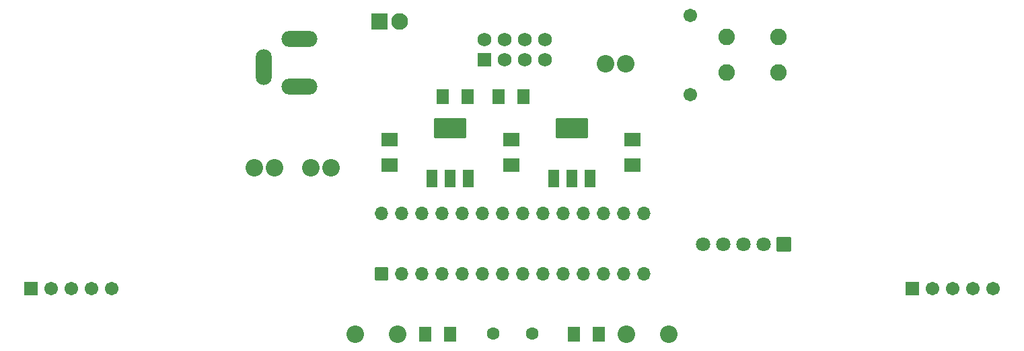
<source format=gts>
G04 Layer: TopSolderMaskLayer*
G04 EasyEDA v6.5.23, 2023-06-02 23:09:48*
G04 d308aba9936446f186570843c5913f8e,38d8b063065d407b859bfb9f5f9b4720,10*
G04 Gerber Generator version 0.2*
G04 Scale: 100 percent, Rotated: No, Reflected: No *
G04 Dimensions in millimeters *
G04 leading zeros omitted , absolute positions ,4 integer and 5 decimal *
%FSLAX45Y45*%
%MOMM*%

%AMMACRO1*1,1,$1,$2,$3*1,1,$1,$4,$5*1,1,$1,0-$2,0-$3*1,1,$1,0-$4,0-$5*20,1,$1,$2,$3,$4,$5,0*20,1,$1,$4,$5,0-$2,0-$3,0*20,1,$1,0-$2,0-$3,0-$4,0-$5,0*20,1,$1,0-$4,0-$5,$2,$3,0*4,1,4,$2,$3,$4,$5,0-$2,0-$3,0-$4,0-$5,$2,$3,0*%
%ADD10MACRO1,0.1016X0.85X-0.85X-0.85X-0.85*%
%ADD11C,1.8016*%
%ADD12C,2.2032*%
%ADD13MACRO1,0.1016X-0.7425X-0.864X-0.7425X0.864*%
%ADD14MACRO1,0.1016X0.7425X-0.864X0.7425X0.864*%
%ADD15O,2.0200112X4.5200062*%
%ADD16O,4.5200062X2.0200112*%
%ADD17C,1.7032*%
%ADD18MACRO1,0.2032X-0.754X-0.754X-0.754X0.754*%
%ADD19C,1.7112*%
%ADD20MACRO1,0.2032X-1.9X-1.15X-1.9X1.15*%
%ADD21MACRO1,0.2032X-0.6X-1X-0.6X1*%
%ADD22MACRO1,0.1X-1X-0.8001X-1X0.8001*%
%ADD23MACRO1,0.1016X-1X1X1X1*%
%ADD24C,2.1016*%
%ADD25C,2.0828*%
%ADD26O,1.7015968000000001X1.7015968000000001*%
%ADD27MACRO1,0.1016X-0.8X-0.8X-0.8X0.8*%
%ADD28C,1.6016*%
%ADD29MACRO1,0.2032X0.762X0.762X0.762X-0.762*%
%ADD30C,1.7272*%

%LPD*%
D10*
G01*
X14046200Y6839452D03*
D11*
G01*
X13792200Y6839458D03*
G01*
X13538200Y6839458D03*
G01*
X13284200Y6839458D03*
G01*
X13030200Y6839458D03*
D12*
G01*
X11798300Y9118600D03*
G01*
X12052300Y9118600D03*
D13*
G01*
X10065250Y8705850D03*
D14*
G01*
X9746749Y8705850D03*
D15*
G01*
X7496606Y9081312D03*
D16*
G01*
X7946593Y9431299D03*
G01*
X7946593Y8831300D03*
D17*
G01*
X12865100Y8732901D03*
G01*
X12865100Y9732899D03*
D18*
G01*
X15659100Y6286500D03*
D19*
G01*
X15913100Y6286500D03*
G01*
X16167100Y6286500D03*
G01*
X16421100Y6286500D03*
G01*
X16675100Y6286500D03*
D18*
G01*
X4572000Y6286500D03*
D19*
G01*
X4826000Y6286500D03*
G01*
X5080000Y6286500D03*
G01*
X5334000Y6286500D03*
G01*
X5588000Y6286500D03*
D13*
G01*
X10770100Y8705847D03*
D14*
G01*
X10451599Y8705847D03*
D20*
G01*
X11376025Y8311493D03*
D21*
G01*
X11376025Y7676494D03*
G01*
X11606021Y7676494D03*
G01*
X11146028Y7676494D03*
D20*
G01*
X9845675Y8311493D03*
D21*
G01*
X9845675Y7676494D03*
G01*
X10075671Y7676494D03*
G01*
X9615678Y7676494D03*
D22*
G01*
X12141200Y7840997D03*
G01*
X12141200Y8160997D03*
D13*
G01*
X9847534Y5712973D03*
D14*
G01*
X9529033Y5712973D03*
D13*
G01*
X11717682Y5712973D03*
D14*
G01*
X11399182Y5712973D03*
D23*
G01*
X8953500Y9652000D03*
D24*
G01*
X9207500Y9652000D03*
D25*
G01*
X13327379Y9458960D03*
G01*
X13977620Y9458960D03*
G01*
X13327379Y9006839D03*
G01*
X13977620Y9006839D03*
D26*
G01*
X9491141Y7235444D03*
G01*
X9745141Y7235444D03*
G01*
X9999141Y7235444D03*
G01*
X10253141Y7235444D03*
G01*
X10507141Y7235444D03*
G01*
X10761141Y7235444D03*
G01*
X11015141Y7235444D03*
G01*
X11015141Y6473444D03*
G01*
X9237141Y7235444D03*
G01*
X8983141Y7235444D03*
G01*
X10761141Y6473444D03*
G01*
X10507141Y6473444D03*
G01*
X10253141Y6473444D03*
G01*
X9999141Y6473444D03*
G01*
X9745141Y6473444D03*
G01*
X9491141Y6473444D03*
G01*
X9237141Y6473444D03*
D27*
G01*
X8983146Y6473454D03*
D26*
G01*
X11269141Y6473444D03*
G01*
X11523141Y6473444D03*
G01*
X11777141Y6473444D03*
G01*
X12031141Y6473444D03*
G01*
X12285141Y6473444D03*
G01*
X12285141Y7235444D03*
G01*
X12031141Y7235444D03*
G01*
X11777141Y7235444D03*
G01*
X11523141Y7235444D03*
G01*
X11269141Y7235444D03*
D28*
G01*
X10385907Y5715000D03*
G01*
X10873892Y5715000D03*
D29*
G01*
X10271899Y9169400D03*
D30*
G01*
X10271912Y9423400D03*
G01*
X10525912Y9169400D03*
G01*
X10525912Y9423400D03*
G01*
X10779912Y9169400D03*
G01*
X10779912Y9423400D03*
G01*
X11033912Y9169400D03*
G01*
X11033912Y9423400D03*
D22*
G01*
X9080500Y7841000D03*
G01*
X9080500Y8160999D03*
G01*
X10610850Y7840997D03*
G01*
X10610850Y8160997D03*
D12*
G01*
X7378700Y7810500D03*
G01*
X7632700Y7810500D03*
G01*
X8089900Y7810500D03*
G01*
X8343900Y7810500D03*
G01*
X8648522Y5712968D03*
G01*
X9181922Y5712968D03*
G01*
X12064822Y5712968D03*
G01*
X12598222Y5712968D03*
M02*

</source>
